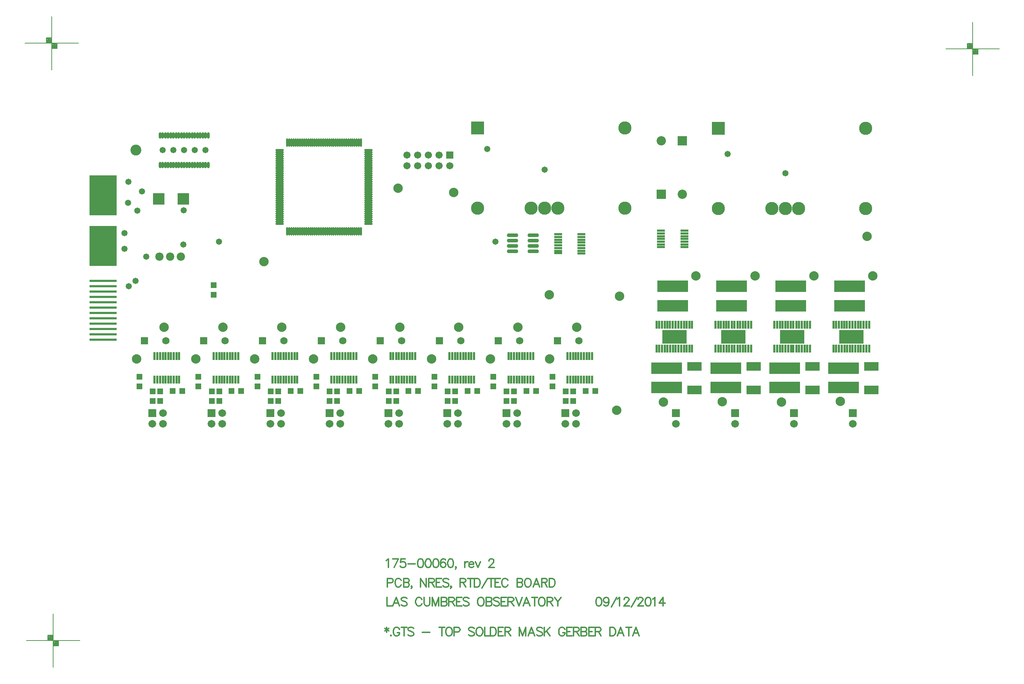
<source format=gts>
%FSLAX23Y23*%
%MOIN*%
G70*
G01*
G75*
G04 Layer_Color=8388736*
%ADD10R,0.217X0.120*%
%ADD11R,0.012X0.065*%
%ADD12R,0.065X0.012*%
%ADD13O,0.071X0.012*%
%ADD14O,0.012X0.071*%
%ADD15O,0.098X0.028*%
%ADD16R,0.280X0.100*%
%ADD17R,0.100X0.100*%
%ADD18R,0.264X0.030*%
%ADD19R,0.264X0.383*%
G04:AMPARAMS|DCode=20|XSize=17mil|YSize=50mil|CornerRadius=5mil|HoleSize=0mil|Usage=FLASHONLY|Rotation=180.000|XOffset=0mil|YOffset=0mil|HoleType=Round|Shape=RoundedRectangle|*
%AMROUNDEDRECTD20*
21,1,0.017,0.040,0,0,180.0*
21,1,0.007,0.050,0,0,180.0*
1,1,0.010,-0.003,0.020*
1,1,0.010,0.003,0.020*
1,1,0.010,0.003,-0.020*
1,1,0.010,-0.003,-0.020*
%
%ADD20ROUNDEDRECTD20*%
%ADD21R,0.126X0.071*%
%ADD22R,0.050X0.050*%
%ADD23R,0.050X0.050*%
%ADD24C,0.005*%
%ADD25C,0.010*%
%ADD26C,0.030*%
%ADD27C,0.050*%
%ADD28C,0.025*%
%ADD29C,0.012*%
%ADD30C,0.008*%
%ADD31C,0.012*%
%ADD32C,0.012*%
%ADD33C,0.060*%
%ADD34R,0.060X0.060*%
%ADD35C,0.024*%
%ADD36C,0.070*%
%ADD37R,0.115X0.115*%
%ADD38C,0.115*%
%ADD39C,0.080*%
%ADD40C,0.050*%
%ADD41C,0.094*%
%ADD42C,0.079*%
%ADD43R,0.079X0.079*%
%ADD44C,0.059*%
%ADD45R,0.059X0.059*%
%ADD46C,0.020*%
%ADD47C,0.040*%
%ADD48C,0.100*%
G04:AMPARAMS|DCode=49|XSize=90mil|YSize=90mil|CornerRadius=0mil|HoleSize=0mil|Usage=FLASHONLY|Rotation=0.000|XOffset=0mil|YOffset=0mil|HoleType=Round|Shape=Relief|Width=10mil|Gap=10mil|Entries=4|*
%AMTHD49*
7,0,0,0.090,0.070,0.010,45*
%
%ADD49THD49*%
G04:AMPARAMS|DCode=50|XSize=100mil|YSize=100mil|CornerRadius=0mil|HoleSize=0mil|Usage=FLASHONLY|Rotation=0.000|XOffset=0mil|YOffset=0mil|HoleType=Round|Shape=Relief|Width=10mil|Gap=10mil|Entries=4|*
%AMTHD50*
7,0,0,0.100,0.080,0.010,45*
%
%ADD50THD50*%
G04:AMPARAMS|DCode=51|XSize=138mil|YSize=138mil|CornerRadius=0mil|HoleSize=0mil|Usage=FLASHONLY|Rotation=0.000|XOffset=0mil|YOffset=0mil|HoleType=Round|Shape=Relief|Width=10mil|Gap=10mil|Entries=4|*
%AMTHD51*
7,0,0,0.138,0.118,0.010,45*
%
%ADD51THD51*%
%ADD52C,0.118*%
%ADD53C,0.092*%
%ADD54C,0.072*%
%ADD55C,0.134*%
%ADD56C,0.079*%
%ADD57C,0.075*%
G04:AMPARAMS|DCode=58|XSize=107.244mil|YSize=107.244mil|CornerRadius=0mil|HoleSize=0mil|Usage=FLASHONLY|Rotation=0.000|XOffset=0mil|YOffset=0mil|HoleType=Round|Shape=Relief|Width=10mil|Gap=10mil|Entries=4|*
%AMTHD58*
7,0,0,0.107,0.087,0.010,45*
%
%ADD58THD58*%
%ADD59C,0.087*%
G04:AMPARAMS|DCode=60|XSize=112mil|YSize=112mil|CornerRadius=0mil|HoleSize=0mil|Usage=FLASHONLY|Rotation=0.000|XOffset=0mil|YOffset=0mil|HoleType=Round|Shape=Relief|Width=10mil|Gap=10mil|Entries=4|*
%AMTHD60*
7,0,0,0.112,0.092,0.010,45*
%
%ADD60THD60*%
G04:AMPARAMS|DCode=61|XSize=70mil|YSize=70mil|CornerRadius=0mil|HoleSize=0mil|Usage=FLASHONLY|Rotation=0.000|XOffset=0mil|YOffset=0mil|HoleType=Round|Shape=Relief|Width=10mil|Gap=10mil|Entries=4|*
%AMTHD61*
7,0,0,0.070,0.050,0.010,45*
%
%ADD61THD61*%
%ADD62C,0.068*%
G04:AMPARAMS|DCode=63|XSize=88mil|YSize=88mil|CornerRadius=0mil|HoleSize=0mil|Usage=FLASHONLY|Rotation=0.000|XOffset=0mil|YOffset=0mil|HoleType=Round|Shape=Relief|Width=10mil|Gap=10mil|Entries=4|*
%AMTHD63*
7,0,0,0.088,0.068,0.010,45*
%
%ADD63THD63*%
%ADD64C,0.020*%
%ADD65C,0.054*%
G04:AMPARAMS|DCode=66|XSize=92mil|YSize=92mil|CornerRadius=0mil|HoleSize=0mil|Usage=FLASHONLY|Rotation=0.000|XOffset=0mil|YOffset=0mil|HoleType=Round|Shape=Relief|Width=10mil|Gap=10mil|Entries=4|*
%AMTHD66*
7,0,0,0.092,0.072,0.010,45*
%
%ADD66THD66*%
G04:AMPARAMS|DCode=67|XSize=95.433mil|YSize=95.433mil|CornerRadius=0mil|HoleSize=0mil|Usage=FLASHONLY|Rotation=0.000|XOffset=0mil|YOffset=0mil|HoleType=Round|Shape=Relief|Width=10mil|Gap=10mil|Entries=4|*
%AMTHD67*
7,0,0,0.095,0.075,0.010,45*
%
%ADD67THD67*%
%ADD68R,0.045X0.017*%
%ADD69R,0.024X0.037*%
%ADD70O,0.061X0.010*%
%ADD71R,0.017X0.045*%
%ADD72C,0.006*%
%ADD73C,0.010*%
%ADD74C,0.008*%
%ADD75C,0.024*%
%ADD76C,0.010*%
%ADD77C,0.007*%
%ADD78C,0.004*%
%ADD79R,0.222X0.128*%
%ADD80R,0.252X0.018*%
%ADD81R,0.252X0.371*%
%ADD82R,0.225X0.128*%
%ADD83R,0.020X0.073*%
%ADD84R,0.073X0.020*%
%ADD85O,0.079X0.020*%
%ADD86O,0.020X0.079*%
%ADD87O,0.106X0.036*%
%ADD88R,0.288X0.108*%
%ADD89R,0.108X0.108*%
%ADD90R,0.257X0.023*%
%ADD91R,0.257X0.376*%
G04:AMPARAMS|DCode=92|XSize=25mil|YSize=58mil|CornerRadius=9mil|HoleSize=0mil|Usage=FLASHONLY|Rotation=180.000|XOffset=0mil|YOffset=0mil|HoleType=Round|Shape=RoundedRectangle|*
%AMROUNDEDRECTD92*
21,1,0.025,0.040,0,0,180.0*
21,1,0.007,0.058,0,0,180.0*
1,1,0.018,-0.003,0.020*
1,1,0.018,0.003,0.020*
1,1,0.018,0.003,-0.020*
1,1,0.018,-0.003,-0.020*
%
%ADD92ROUNDEDRECTD92*%
%ADD93R,0.134X0.079*%
%ADD94R,0.058X0.058*%
%ADD95R,0.058X0.058*%
%ADD96R,0.068X0.068*%
%ADD97C,0.032*%
%ADD98C,0.078*%
%ADD99R,0.123X0.123*%
%ADD100C,0.123*%
%ADD101C,0.088*%
%ADD102C,0.058*%
%ADD103C,0.102*%
%ADD104C,0.072*%
%ADD105R,0.072X0.072*%
%ADD106C,0.067*%
%ADD107R,0.067X0.067*%
%ADD108C,0.087*%
%ADD109R,0.087X0.087*%
D29*
X13557Y8758D02*
Y8712D01*
X13538Y8747D02*
X13576Y8724D01*
Y8747D02*
X13538Y8724D01*
X13596Y8686D02*
X13592Y8682D01*
X13596Y8678D01*
X13600Y8682D01*
X13596Y8686D01*
X13675Y8739D02*
X13671Y8747D01*
X13663Y8754D01*
X13656Y8758D01*
X13640D01*
X13633Y8754D01*
X13625Y8747D01*
X13621Y8739D01*
X13618Y8728D01*
Y8708D01*
X13621Y8697D01*
X13625Y8689D01*
X13633Y8682D01*
X13640Y8678D01*
X13656D01*
X13663Y8682D01*
X13671Y8689D01*
X13675Y8697D01*
Y8708D01*
X13656D02*
X13675D01*
X13720Y8758D02*
Y8678D01*
X13693Y8758D02*
X13746D01*
X13809Y8747D02*
X13802Y8754D01*
X13790Y8758D01*
X13775D01*
X13763Y8754D01*
X13756Y8747D01*
Y8739D01*
X13760Y8731D01*
X13763Y8728D01*
X13771Y8724D01*
X13794Y8716D01*
X13802Y8712D01*
X13805Y8708D01*
X13809Y8701D01*
Y8689D01*
X13802Y8682D01*
X13790Y8678D01*
X13775D01*
X13763Y8682D01*
X13756Y8689D01*
X13890Y8712D02*
X13958D01*
X14072Y8758D02*
Y8678D01*
X14045Y8758D02*
X14098D01*
X14131D02*
X14123Y8754D01*
X14115Y8747D01*
X14112Y8739D01*
X14108Y8728D01*
Y8708D01*
X14112Y8697D01*
X14115Y8689D01*
X14123Y8682D01*
X14131Y8678D01*
X14146D01*
X14153Y8682D01*
X14161Y8689D01*
X14165Y8697D01*
X14169Y8708D01*
Y8728D01*
X14165Y8739D01*
X14161Y8747D01*
X14153Y8754D01*
X14146Y8758D01*
X14131D01*
X14187Y8716D02*
X14222D01*
X14233Y8720D01*
X14237Y8724D01*
X14241Y8731D01*
Y8743D01*
X14237Y8750D01*
X14233Y8754D01*
X14222Y8758D01*
X14187D01*
Y8678D01*
X14375Y8747D02*
X14367Y8754D01*
X14356Y8758D01*
X14340D01*
X14329Y8754D01*
X14321Y8747D01*
Y8739D01*
X14325Y8731D01*
X14329Y8728D01*
X14337Y8724D01*
X14360Y8716D01*
X14367Y8712D01*
X14371Y8708D01*
X14375Y8701D01*
Y8689D01*
X14367Y8682D01*
X14356Y8678D01*
X14340D01*
X14329Y8682D01*
X14321Y8689D01*
X14416Y8758D02*
X14408Y8754D01*
X14400Y8747D01*
X14396Y8739D01*
X14393Y8728D01*
Y8708D01*
X14396Y8697D01*
X14400Y8689D01*
X14408Y8682D01*
X14416Y8678D01*
X14431D01*
X14438Y8682D01*
X14446Y8689D01*
X14450Y8697D01*
X14454Y8708D01*
Y8728D01*
X14450Y8739D01*
X14446Y8747D01*
X14438Y8754D01*
X14431Y8758D01*
X14416D01*
X14472D02*
Y8678D01*
X14518D01*
X14527Y8758D02*
Y8678D01*
Y8758D02*
X14553D01*
X14565Y8754D01*
X14572Y8747D01*
X14576Y8739D01*
X14580Y8728D01*
Y8708D01*
X14576Y8697D01*
X14572Y8689D01*
X14565Y8682D01*
X14553Y8678D01*
X14527D01*
X14647Y8758D02*
X14598D01*
Y8678D01*
X14647D01*
X14598Y8720D02*
X14628D01*
X14661Y8758D02*
Y8678D01*
Y8758D02*
X14695D01*
X14707Y8754D01*
X14710Y8750D01*
X14714Y8743D01*
Y8735D01*
X14710Y8728D01*
X14707Y8724D01*
X14695Y8720D01*
X14661D01*
X14687D02*
X14714Y8678D01*
X14795Y8758D02*
Y8678D01*
Y8758D02*
X14825Y8678D01*
X14856Y8758D02*
X14825Y8678D01*
X14856Y8758D02*
Y8678D01*
X14940D02*
X14909Y8758D01*
X14879Y8678D01*
X14890Y8705D02*
X14928D01*
X15012Y8747D02*
X15004Y8754D01*
X14993Y8758D01*
X14977D01*
X14966Y8754D01*
X14958Y8747D01*
Y8739D01*
X14962Y8731D01*
X14966Y8728D01*
X14974Y8724D01*
X14996Y8716D01*
X15004Y8712D01*
X15008Y8708D01*
X15012Y8701D01*
Y8689D01*
X15004Y8682D01*
X14993Y8678D01*
X14977D01*
X14966Y8682D01*
X14958Y8689D01*
X15029Y8758D02*
Y8678D01*
X15083Y8758D02*
X15029Y8705D01*
X15049Y8724D02*
X15083Y8678D01*
X15221Y8739D02*
X15217Y8747D01*
X15209Y8754D01*
X15202Y8758D01*
X15186D01*
X15179Y8754D01*
X15171Y8747D01*
X15167Y8739D01*
X15164Y8728D01*
Y8708D01*
X15167Y8697D01*
X15171Y8689D01*
X15179Y8682D01*
X15186Y8678D01*
X15202D01*
X15209Y8682D01*
X15217Y8689D01*
X15221Y8697D01*
Y8708D01*
X15202D02*
X15221D01*
X15288Y8758D02*
X15239D01*
Y8678D01*
X15288D01*
X15239Y8720D02*
X15269D01*
X15302Y8758D02*
Y8678D01*
Y8758D02*
X15336D01*
X15348Y8754D01*
X15351Y8750D01*
X15355Y8743D01*
Y8735D01*
X15351Y8728D01*
X15348Y8724D01*
X15336Y8720D01*
X15302D01*
X15328D02*
X15355Y8678D01*
X15373Y8758D02*
Y8678D01*
Y8758D02*
X15407D01*
X15419Y8754D01*
X15423Y8750D01*
X15426Y8743D01*
Y8735D01*
X15423Y8728D01*
X15419Y8724D01*
X15407Y8720D01*
X15373D02*
X15407D01*
X15419Y8716D01*
X15423Y8712D01*
X15426Y8705D01*
Y8693D01*
X15423Y8686D01*
X15419Y8682D01*
X15407Y8678D01*
X15373D01*
X15494Y8758D02*
X15444D01*
Y8678D01*
X15494D01*
X15444Y8720D02*
X15475D01*
X15507Y8758D02*
Y8678D01*
Y8758D02*
X15541D01*
X15553Y8754D01*
X15557Y8750D01*
X15560Y8743D01*
Y8735D01*
X15557Y8728D01*
X15553Y8724D01*
X15541Y8720D01*
X15507D01*
X15534D02*
X15560Y8678D01*
X15641Y8758D02*
Y8678D01*
Y8758D02*
X15668D01*
X15679Y8754D01*
X15687Y8747D01*
X15691Y8739D01*
X15694Y8728D01*
Y8708D01*
X15691Y8697D01*
X15687Y8689D01*
X15679Y8682D01*
X15668Y8678D01*
X15641D01*
X15773D02*
X15743Y8758D01*
X15712Y8678D01*
X15724Y8705D02*
X15762D01*
X15819Y8758D02*
Y8678D01*
X15792Y8758D02*
X15845D01*
X15916Y8678D02*
X15885Y8758D01*
X15855Y8678D01*
X15866Y8705D02*
X15904D01*
D30*
X10394Y14246D02*
X10404D01*
X10394Y14241D02*
Y14251D01*
Y14241D02*
X10404D01*
Y14251D01*
X10394D02*
X10404D01*
X10389Y14236D02*
Y14251D01*
Y14236D02*
X10409D01*
Y14256D01*
X10389D02*
X10409D01*
X10384Y14231D02*
Y14256D01*
Y14231D02*
X10414D01*
Y14261D01*
X10384D02*
X10414D01*
X10379Y14226D02*
Y14266D01*
Y14226D02*
X10419D01*
Y14266D01*
X10379D02*
X10419D01*
X10444Y14196D02*
X10454D01*
X10444Y14191D02*
Y14201D01*
Y14191D02*
X10454D01*
Y14201D01*
X10444D02*
X10454D01*
X10439Y14186D02*
Y14201D01*
Y14186D02*
X10459D01*
Y14206D01*
X10439D02*
X10459D01*
X10434Y14181D02*
Y14206D01*
Y14181D02*
X10464D01*
Y14211D01*
X10434D02*
X10464D01*
X10429Y14176D02*
Y14216D01*
Y14176D02*
X10469D01*
Y14216D01*
X10429D02*
X10469D01*
X10424Y14171D02*
X10474D01*
Y14221D01*
X10374Y14271D02*
X10424D01*
X10374Y14221D02*
Y14271D01*
X10424Y13971D02*
Y14471D01*
X10174Y14221D02*
X10674D01*
X19002Y14192D02*
X19012D01*
X19002Y14187D02*
Y14197D01*
Y14187D02*
X19012D01*
Y14197D01*
X19002D02*
X19012D01*
X18997Y14182D02*
Y14197D01*
Y14182D02*
X19017D01*
Y14202D01*
X18997D02*
X19017D01*
X18992Y14177D02*
Y14202D01*
Y14177D02*
X19022D01*
Y14207D01*
X18992D02*
X19022D01*
X18987Y14172D02*
Y14212D01*
Y14172D02*
X19027D01*
Y14212D01*
X18987D02*
X19027D01*
X19052Y14142D02*
X19062D01*
X19052Y14137D02*
Y14147D01*
Y14137D02*
X19062D01*
Y14147D01*
X19052D02*
X19062D01*
X19047Y14132D02*
Y14147D01*
Y14132D02*
X19067D01*
Y14152D01*
X19047D02*
X19067D01*
X19042Y14127D02*
Y14152D01*
Y14127D02*
X19072D01*
Y14157D01*
X19042D02*
X19072D01*
X19037Y14122D02*
Y14162D01*
Y14122D02*
X19077D01*
Y14162D01*
X19037D02*
X19077D01*
X19032Y14117D02*
X19082D01*
Y14167D01*
X18982Y14217D02*
X19032D01*
X18982Y14167D02*
Y14217D01*
X19032Y13917D02*
Y14417D01*
X18782Y14167D02*
X19282D01*
X10410Y8660D02*
X10420D01*
X10410Y8655D02*
Y8665D01*
Y8655D02*
X10420D01*
Y8665D01*
X10410D02*
X10420D01*
X10405Y8650D02*
Y8665D01*
Y8650D02*
X10425D01*
Y8670D01*
X10405D02*
X10425D01*
X10400Y8645D02*
Y8670D01*
Y8645D02*
X10430D01*
Y8675D01*
X10400D02*
X10430D01*
X10395Y8640D02*
Y8680D01*
Y8640D02*
X10435D01*
Y8680D01*
X10395D02*
X10435D01*
X10460Y8610D02*
X10470D01*
X10460Y8605D02*
Y8615D01*
Y8605D02*
X10470D01*
Y8615D01*
X10460D02*
X10470D01*
X10455Y8600D02*
Y8615D01*
Y8600D02*
X10475D01*
Y8620D01*
X10455D02*
X10475D01*
X10450Y8595D02*
Y8620D01*
Y8595D02*
X10480D01*
Y8625D01*
X10450D02*
X10480D01*
X10445Y8590D02*
Y8630D01*
Y8590D02*
X10485D01*
Y8630D01*
X10445D02*
X10485D01*
X10440Y8585D02*
X10490D01*
Y8635D01*
X10390Y8685D02*
X10440D01*
X10390Y8635D02*
Y8685D01*
X10440Y8385D02*
Y8885D01*
X10190Y8635D02*
X10690D01*
D31*
X13559Y9039D02*
Y8959D01*
X13605D01*
X13674D02*
X13644Y9039D01*
X13613Y8959D01*
X13625Y8985D02*
X13663D01*
X13746Y9027D02*
X13739Y9035D01*
X13727Y9039D01*
X13712D01*
X13701Y9035D01*
X13693Y9027D01*
Y9020D01*
X13697Y9012D01*
X13701Y9008D01*
X13708Y9004D01*
X13731Y8997D01*
X13739Y8993D01*
X13743Y8989D01*
X13746Y8981D01*
Y8970D01*
X13739Y8962D01*
X13727Y8959D01*
X13712D01*
X13701Y8962D01*
X13693Y8970D01*
X13884Y9020D02*
X13880Y9027D01*
X13873Y9035D01*
X13865Y9039D01*
X13850D01*
X13842Y9035D01*
X13835Y9027D01*
X13831Y9020D01*
X13827Y9008D01*
Y8989D01*
X13831Y8978D01*
X13835Y8970D01*
X13842Y8962D01*
X13850Y8959D01*
X13865D01*
X13873Y8962D01*
X13880Y8970D01*
X13884Y8978D01*
X13907Y9039D02*
Y8981D01*
X13911Y8970D01*
X13918Y8962D01*
X13930Y8959D01*
X13937D01*
X13949Y8962D01*
X13956Y8970D01*
X13960Y8981D01*
Y9039D01*
X13982D02*
Y8959D01*
Y9039D02*
X14013Y8959D01*
X14043Y9039D02*
X14013Y8959D01*
X14043Y9039D02*
Y8959D01*
X14066Y9039D02*
Y8959D01*
Y9039D02*
X14100D01*
X14112Y9035D01*
X14115Y9031D01*
X14119Y9023D01*
Y9016D01*
X14115Y9008D01*
X14112Y9004D01*
X14100Y9000D01*
X14066D02*
X14100D01*
X14112Y8997D01*
X14115Y8993D01*
X14119Y8985D01*
Y8974D01*
X14115Y8966D01*
X14112Y8962D01*
X14100Y8959D01*
X14066D01*
X14137Y9039D02*
Y8959D01*
Y9039D02*
X14171D01*
X14183Y9035D01*
X14187Y9031D01*
X14191Y9023D01*
Y9016D01*
X14187Y9008D01*
X14183Y9004D01*
X14171Y9000D01*
X14137D01*
X14164D02*
X14191Y8959D01*
X14258Y9039D02*
X14208D01*
Y8959D01*
X14258D01*
X14208Y9000D02*
X14239D01*
X14325Y9027D02*
X14317Y9035D01*
X14306Y9039D01*
X14290D01*
X14279Y9035D01*
X14271Y9027D01*
Y9020D01*
X14275Y9012D01*
X14279Y9008D01*
X14286Y9004D01*
X14309Y8997D01*
X14317Y8993D01*
X14321Y8989D01*
X14325Y8981D01*
Y8970D01*
X14317Y8962D01*
X14306Y8959D01*
X14290D01*
X14279Y8962D01*
X14271Y8970D01*
X14428Y9039D02*
X14421Y9035D01*
X14413Y9027D01*
X14409Y9020D01*
X14405Y9008D01*
Y8989D01*
X14409Y8978D01*
X14413Y8970D01*
X14421Y8962D01*
X14428Y8959D01*
X14443D01*
X14451Y8962D01*
X14459Y8970D01*
X14462Y8978D01*
X14466Y8989D01*
Y9008D01*
X14462Y9020D01*
X14459Y9027D01*
X14451Y9035D01*
X14443Y9039D01*
X14428D01*
X14485D02*
Y8959D01*
Y9039D02*
X14519D01*
X14531Y9035D01*
X14534Y9031D01*
X14538Y9023D01*
Y9016D01*
X14534Y9008D01*
X14531Y9004D01*
X14519Y9000D01*
X14485D02*
X14519D01*
X14531Y8997D01*
X14534Y8993D01*
X14538Y8985D01*
Y8974D01*
X14534Y8966D01*
X14531Y8962D01*
X14519Y8959D01*
X14485D01*
X14609Y9027D02*
X14602Y9035D01*
X14590Y9039D01*
X14575D01*
X14564Y9035D01*
X14556Y9027D01*
Y9020D01*
X14560Y9012D01*
X14564Y9008D01*
X14571Y9004D01*
X14594Y8997D01*
X14602Y8993D01*
X14606Y8989D01*
X14609Y8981D01*
Y8970D01*
X14602Y8962D01*
X14590Y8959D01*
X14575D01*
X14564Y8962D01*
X14556Y8970D01*
X14677Y9039D02*
X14627D01*
Y8959D01*
X14677D01*
X14627Y9000D02*
X14658D01*
X14690Y9039D02*
Y8959D01*
Y9039D02*
X14724D01*
X14736Y9035D01*
X14740Y9031D01*
X14744Y9023D01*
Y9016D01*
X14740Y9008D01*
X14736Y9004D01*
X14724Y9000D01*
X14690D01*
X14717D02*
X14744Y8959D01*
X14761Y9039D02*
X14792Y8959D01*
X14822Y9039D02*
X14792Y8959D01*
X14894D02*
X14863Y9039D01*
X14833Y8959D01*
X14844Y8985D02*
X14882D01*
X14939Y9039D02*
Y8959D01*
X14912Y9039D02*
X14966D01*
X14998D02*
X14990Y9035D01*
X14983Y9027D01*
X14979Y9020D01*
X14975Y9008D01*
Y8989D01*
X14979Y8978D01*
X14983Y8970D01*
X14990Y8962D01*
X14998Y8959D01*
X15013D01*
X15021Y8962D01*
X15028Y8970D01*
X15032Y8978D01*
X15036Y8989D01*
Y9008D01*
X15032Y9020D01*
X15028Y9027D01*
X15021Y9035D01*
X15013Y9039D01*
X14998D01*
X15055D02*
Y8959D01*
Y9039D02*
X15089D01*
X15100Y9035D01*
X15104Y9031D01*
X15108Y9023D01*
Y9016D01*
X15104Y9008D01*
X15100Y9004D01*
X15089Y9000D01*
X15055D01*
X15081D02*
X15108Y8959D01*
X15126Y9039D02*
X15156Y9000D01*
Y8959D01*
X15187Y9039D02*
X15156Y9000D01*
X15534Y9039D02*
X15523Y9035D01*
X15515Y9023D01*
X15511Y9004D01*
Y8993D01*
X15515Y8974D01*
X15523Y8962D01*
X15534Y8959D01*
X15542D01*
X15553Y8962D01*
X15561Y8974D01*
X15565Y8993D01*
Y9004D01*
X15561Y9023D01*
X15553Y9035D01*
X15542Y9039D01*
X15534D01*
X15632Y9012D02*
X15628Y9000D01*
X15621Y8993D01*
X15609Y8989D01*
X15605D01*
X15594Y8993D01*
X15586Y9000D01*
X15583Y9012D01*
Y9016D01*
X15586Y9027D01*
X15594Y9035D01*
X15605Y9039D01*
X15609D01*
X15621Y9035D01*
X15628Y9027D01*
X15632Y9012D01*
Y8993D01*
X15628Y8974D01*
X15621Y8962D01*
X15609Y8959D01*
X15602D01*
X15590Y8962D01*
X15586Y8970D01*
X15654Y8947D02*
X15707Y9039D01*
X15712Y9023D02*
X15720Y9027D01*
X15732Y9039D01*
Y8959D01*
X15775Y9020D02*
Y9023D01*
X15779Y9031D01*
X15783Y9035D01*
X15790Y9039D01*
X15805D01*
X15813Y9035D01*
X15817Y9031D01*
X15821Y9023D01*
Y9016D01*
X15817Y9008D01*
X15809Y8997D01*
X15771Y8959D01*
X15824D01*
X15842Y8947D02*
X15896Y9039D01*
X15905Y9020D02*
Y9023D01*
X15909Y9031D01*
X15912Y9035D01*
X15920Y9039D01*
X15935D01*
X15943Y9035D01*
X15947Y9031D01*
X15951Y9023D01*
Y9016D01*
X15947Y9008D01*
X15939Y8997D01*
X15901Y8959D01*
X15954D01*
X15995Y9039D02*
X15984Y9035D01*
X15976Y9023D01*
X15972Y9004D01*
Y8993D01*
X15976Y8974D01*
X15984Y8962D01*
X15995Y8959D01*
X16003D01*
X16014Y8962D01*
X16022Y8974D01*
X16026Y8993D01*
Y9004D01*
X16022Y9023D01*
X16014Y9035D01*
X16003Y9039D01*
X15995D01*
X16043Y9023D02*
X16051Y9027D01*
X16062Y9039D01*
Y8959D01*
X16140Y9039D02*
X16102Y8985D01*
X16159D01*
X16140Y9039D02*
Y8959D01*
D32*
X13553Y9383D02*
X13560Y9387D01*
X13572Y9398D01*
Y9318D01*
X13665Y9398D02*
X13627Y9318D01*
X13611Y9398D02*
X13665D01*
X13728D02*
X13690D01*
X13686Y9364D01*
X13690Y9368D01*
X13702Y9372D01*
X13713D01*
X13725Y9368D01*
X13732Y9360D01*
X13736Y9349D01*
Y9341D01*
X13732Y9330D01*
X13725Y9322D01*
X13713Y9318D01*
X13702D01*
X13690Y9322D01*
X13686Y9326D01*
X13683Y9333D01*
X13754Y9352D02*
X13822D01*
X13869Y9398D02*
X13857Y9394D01*
X13850Y9383D01*
X13846Y9364D01*
Y9352D01*
X13850Y9333D01*
X13857Y9322D01*
X13869Y9318D01*
X13876D01*
X13888Y9322D01*
X13896Y9333D01*
X13899Y9352D01*
Y9364D01*
X13896Y9383D01*
X13888Y9394D01*
X13876Y9398D01*
X13869D01*
X13940D02*
X13929Y9394D01*
X13921Y9383D01*
X13917Y9364D01*
Y9352D01*
X13921Y9333D01*
X13929Y9322D01*
X13940Y9318D01*
X13948D01*
X13959Y9322D01*
X13967Y9333D01*
X13971Y9352D01*
Y9364D01*
X13967Y9383D01*
X13959Y9394D01*
X13948Y9398D01*
X13940D01*
X14011D02*
X14000Y9394D01*
X13992Y9383D01*
X13988Y9364D01*
Y9352D01*
X13992Y9333D01*
X14000Y9322D01*
X14011Y9318D01*
X14019D01*
X14030Y9322D01*
X14038Y9333D01*
X14042Y9352D01*
Y9364D01*
X14038Y9383D01*
X14030Y9394D01*
X14019Y9398D01*
X14011D01*
X14105Y9387D02*
X14102Y9394D01*
X14090Y9398D01*
X14083D01*
X14071Y9394D01*
X14063Y9383D01*
X14060Y9364D01*
Y9345D01*
X14063Y9330D01*
X14071Y9322D01*
X14083Y9318D01*
X14086D01*
X14098Y9322D01*
X14105Y9330D01*
X14109Y9341D01*
Y9345D01*
X14105Y9356D01*
X14098Y9364D01*
X14086Y9368D01*
X14083D01*
X14071Y9364D01*
X14063Y9356D01*
X14060Y9345D01*
X14150Y9398D02*
X14138Y9394D01*
X14131Y9383D01*
X14127Y9364D01*
Y9352D01*
X14131Y9333D01*
X14138Y9322D01*
X14150Y9318D01*
X14157D01*
X14169Y9322D01*
X14176Y9333D01*
X14180Y9352D01*
Y9364D01*
X14176Y9383D01*
X14169Y9394D01*
X14157Y9398D01*
X14150D01*
X14206Y9322D02*
X14202Y9318D01*
X14198Y9322D01*
X14202Y9326D01*
X14206Y9322D01*
Y9314D01*
X14202Y9307D01*
X14198Y9303D01*
X14286Y9372D02*
Y9318D01*
Y9349D02*
X14290Y9360D01*
X14297Y9368D01*
X14305Y9372D01*
X14316D01*
X14324Y9349D02*
X14369D01*
Y9356D01*
X14366Y9364D01*
X14362Y9368D01*
X14354Y9372D01*
X14343D01*
X14335Y9368D01*
X14327Y9360D01*
X14324Y9349D01*
Y9341D01*
X14327Y9330D01*
X14335Y9322D01*
X14343Y9318D01*
X14354D01*
X14362Y9322D01*
X14369Y9330D01*
X14386Y9372D02*
X14409Y9318D01*
X14432Y9372D02*
X14409Y9318D01*
X14512Y9379D02*
Y9383D01*
X14516Y9391D01*
X14519Y9394D01*
X14527Y9398D01*
X14542D01*
X14550Y9394D01*
X14554Y9391D01*
X14557Y9383D01*
Y9375D01*
X14554Y9368D01*
X14546Y9356D01*
X14508Y9318D01*
X14561D01*
X13563Y9174D02*
X13597D01*
X13608Y9178D01*
X13612Y9182D01*
X13616Y9190D01*
Y9201D01*
X13612Y9209D01*
X13608Y9212D01*
X13597Y9216D01*
X13563D01*
Y9136D01*
X13691Y9197D02*
X13687Y9205D01*
X13680Y9212D01*
X13672Y9216D01*
X13657D01*
X13649Y9212D01*
X13642Y9205D01*
X13638Y9197D01*
X13634Y9186D01*
Y9167D01*
X13638Y9155D01*
X13642Y9148D01*
X13649Y9140D01*
X13657Y9136D01*
X13672D01*
X13680Y9140D01*
X13687Y9148D01*
X13691Y9155D01*
X13714Y9216D02*
Y9136D01*
Y9216D02*
X13748D01*
X13759Y9212D01*
X13763Y9209D01*
X13767Y9201D01*
Y9193D01*
X13763Y9186D01*
X13759Y9182D01*
X13748Y9178D01*
X13714D02*
X13748D01*
X13759Y9174D01*
X13763Y9170D01*
X13767Y9163D01*
Y9151D01*
X13763Y9144D01*
X13759Y9140D01*
X13748Y9136D01*
X13714D01*
X13792Y9140D02*
X13789Y9136D01*
X13785Y9140D01*
X13789Y9144D01*
X13792Y9140D01*
Y9132D01*
X13789Y9125D01*
X13785Y9121D01*
X13873Y9216D02*
Y9136D01*
Y9216D02*
X13926Y9136D01*
Y9216D02*
Y9136D01*
X13948Y9216D02*
Y9136D01*
Y9216D02*
X13982D01*
X13994Y9212D01*
X13998Y9209D01*
X14001Y9201D01*
Y9193D01*
X13998Y9186D01*
X13994Y9182D01*
X13982Y9178D01*
X13948D01*
X13975D02*
X14001Y9136D01*
X14069Y9216D02*
X14019D01*
Y9136D01*
X14069D01*
X14019Y9178D02*
X14050D01*
X14136Y9205D02*
X14128Y9212D01*
X14117Y9216D01*
X14101D01*
X14090Y9212D01*
X14082Y9205D01*
Y9197D01*
X14086Y9190D01*
X14090Y9186D01*
X14097Y9182D01*
X14120Y9174D01*
X14128Y9170D01*
X14132Y9167D01*
X14136Y9159D01*
Y9148D01*
X14128Y9140D01*
X14117Y9136D01*
X14101D01*
X14090Y9140D01*
X14082Y9148D01*
X14161Y9140D02*
X14157Y9136D01*
X14153Y9140D01*
X14157Y9144D01*
X14161Y9140D01*
Y9132D01*
X14157Y9125D01*
X14153Y9121D01*
X14241Y9216D02*
Y9136D01*
Y9216D02*
X14276D01*
X14287Y9212D01*
X14291Y9209D01*
X14295Y9201D01*
Y9193D01*
X14291Y9186D01*
X14287Y9182D01*
X14276Y9178D01*
X14241D01*
X14268D02*
X14295Y9136D01*
X14339Y9216D02*
Y9136D01*
X14313Y9216D02*
X14366D01*
X14376D02*
Y9136D01*
Y9216D02*
X14402D01*
X14414Y9212D01*
X14421Y9205D01*
X14425Y9197D01*
X14429Y9186D01*
Y9167D01*
X14425Y9155D01*
X14421Y9148D01*
X14414Y9140D01*
X14402Y9136D01*
X14376D01*
X14447Y9125D02*
X14500Y9216D01*
X14532D02*
Y9136D01*
X14505Y9216D02*
X14559D01*
X14618D02*
X14568D01*
Y9136D01*
X14618D01*
X14568Y9178D02*
X14599D01*
X14688Y9197D02*
X14684Y9205D01*
X14677Y9212D01*
X14669Y9216D01*
X14654D01*
X14646Y9212D01*
X14639Y9205D01*
X14635Y9197D01*
X14631Y9186D01*
Y9167D01*
X14635Y9155D01*
X14639Y9148D01*
X14646Y9140D01*
X14654Y9136D01*
X14669D01*
X14677Y9140D01*
X14684Y9148D01*
X14688Y9155D01*
X14774Y9216D02*
Y9136D01*
Y9216D02*
X14808D01*
X14819Y9212D01*
X14823Y9209D01*
X14827Y9201D01*
Y9193D01*
X14823Y9186D01*
X14819Y9182D01*
X14808Y9178D01*
X14774D02*
X14808D01*
X14819Y9174D01*
X14823Y9170D01*
X14827Y9163D01*
Y9151D01*
X14823Y9144D01*
X14819Y9140D01*
X14808Y9136D01*
X14774D01*
X14868Y9216D02*
X14860Y9212D01*
X14852Y9205D01*
X14849Y9197D01*
X14845Y9186D01*
Y9167D01*
X14849Y9155D01*
X14852Y9148D01*
X14860Y9140D01*
X14868Y9136D01*
X14883D01*
X14890Y9140D01*
X14898Y9148D01*
X14902Y9155D01*
X14906Y9167D01*
Y9186D01*
X14902Y9197D01*
X14898Y9205D01*
X14890Y9212D01*
X14883Y9216D01*
X14868D01*
X14985Y9136D02*
X14955Y9216D01*
X14924Y9136D01*
X14936Y9163D02*
X14974D01*
X15004Y9216D02*
Y9136D01*
Y9216D02*
X15038D01*
X15050Y9212D01*
X15053Y9209D01*
X15057Y9201D01*
Y9193D01*
X15053Y9186D01*
X15050Y9182D01*
X15038Y9178D01*
X15004D01*
X15031D02*
X15057Y9136D01*
X15075Y9216D02*
Y9136D01*
Y9216D02*
X15102D01*
X15113Y9212D01*
X15121Y9205D01*
X15125Y9197D01*
X15128Y9186D01*
Y9167D01*
X15125Y9155D01*
X15121Y9148D01*
X15113Y9140D01*
X15102Y9136D01*
X15075D01*
D62*
X11493Y11437D02*
D03*
X15351D02*
D03*
X14800D02*
D03*
X14249D02*
D03*
X13697D02*
D03*
X13146D02*
D03*
X12595D02*
D03*
X12044D02*
D03*
D82*
X16244Y11476D02*
D03*
X17898Y11476D02*
D03*
X17346Y11476D02*
D03*
X16795D02*
D03*
D83*
X16078Y11589D02*
D03*
X16103D02*
D03*
X16129D02*
D03*
X16155D02*
D03*
X16178D02*
D03*
X16202D02*
D03*
X16229D02*
D03*
X16255D02*
D03*
X16078Y11364D02*
D03*
X16103D02*
D03*
X16129D02*
D03*
X16155D02*
D03*
X16180D02*
D03*
X16206D02*
D03*
X16231D02*
D03*
X16255D02*
D03*
X16282D02*
D03*
X16308D02*
D03*
X16334D02*
D03*
X16359D02*
D03*
X16385D02*
D03*
X16410D02*
D03*
Y11589D02*
D03*
X16385D02*
D03*
X16359D02*
D03*
X16334D02*
D03*
X16308D02*
D03*
X16282D02*
D03*
X11617Y11294D02*
D03*
X11592D02*
D03*
X11566D02*
D03*
X11540D02*
D03*
X11515D02*
D03*
X11489D02*
D03*
X11464D02*
D03*
X11617Y11075D02*
D03*
X11592D02*
D03*
X11566D02*
D03*
X11540D02*
D03*
X11515D02*
D03*
X11489D02*
D03*
X11464D02*
D03*
X11440D02*
D03*
Y11294D02*
D03*
X11412Y11075D02*
D03*
Y11294D02*
D03*
X11387Y11075D02*
D03*
Y11294D02*
D03*
X17731Y11589D02*
D03*
X17757D02*
D03*
X17782D02*
D03*
X17808D02*
D03*
X17832D02*
D03*
X17855D02*
D03*
X17883D02*
D03*
X17908D02*
D03*
X17731Y11364D02*
D03*
X17757D02*
D03*
X17782D02*
D03*
X17808D02*
D03*
X17834D02*
D03*
X17859D02*
D03*
X17885D02*
D03*
X17908D02*
D03*
X17936D02*
D03*
X17962D02*
D03*
X17987D02*
D03*
X18013D02*
D03*
X18038D02*
D03*
X18064D02*
D03*
Y11589D02*
D03*
X18038D02*
D03*
X18013D02*
D03*
X17987D02*
D03*
X17962D02*
D03*
X17936D02*
D03*
X17180Y11589D02*
D03*
X17206D02*
D03*
X17231D02*
D03*
X17257D02*
D03*
X17281D02*
D03*
X17304D02*
D03*
X17332D02*
D03*
X17357D02*
D03*
X17180Y11364D02*
D03*
X17206D02*
D03*
X17231D02*
D03*
X17257D02*
D03*
X17282D02*
D03*
X17308D02*
D03*
X17334D02*
D03*
X17357D02*
D03*
X17385D02*
D03*
X17410D02*
D03*
X17436D02*
D03*
X17462D02*
D03*
X17487D02*
D03*
X17513D02*
D03*
Y11589D02*
D03*
X17487D02*
D03*
X17462D02*
D03*
X17436D02*
D03*
X17410D02*
D03*
X17385D02*
D03*
X16629D02*
D03*
X16655D02*
D03*
X16680D02*
D03*
X16706D02*
D03*
X16729D02*
D03*
X16753D02*
D03*
X16781D02*
D03*
X16806D02*
D03*
X16629Y11364D02*
D03*
X16655D02*
D03*
X16680D02*
D03*
X16706D02*
D03*
X16731D02*
D03*
X16757D02*
D03*
X16782D02*
D03*
X16806D02*
D03*
X16834D02*
D03*
X16859D02*
D03*
X16885D02*
D03*
X16910D02*
D03*
X16936D02*
D03*
X16962D02*
D03*
Y11589D02*
D03*
X16936D02*
D03*
X16910D02*
D03*
X16885D02*
D03*
X16859D02*
D03*
X16834D02*
D03*
X15450Y11075D02*
D03*
X15373D02*
D03*
X15399D02*
D03*
X15424D02*
D03*
X15475D02*
D03*
Y11294D02*
D03*
X15450D02*
D03*
X15424D02*
D03*
X15399D02*
D03*
X15373D02*
D03*
X15347D02*
D03*
X15322D02*
D03*
X15347Y11075D02*
D03*
X15322D02*
D03*
X15298D02*
D03*
Y11294D02*
D03*
X15271Y11075D02*
D03*
Y11294D02*
D03*
X15245Y11075D02*
D03*
Y11294D02*
D03*
X14847Y11294D02*
D03*
X14873D02*
D03*
X14924D02*
D03*
X14899D02*
D03*
X14822D02*
D03*
X14796D02*
D03*
X14771D02*
D03*
Y11075D02*
D03*
X14747D02*
D03*
Y11294D02*
D03*
X14719Y11075D02*
D03*
Y11294D02*
D03*
X14694Y11075D02*
D03*
Y11294D02*
D03*
X14924Y11075D02*
D03*
X14847D02*
D03*
X14822D02*
D03*
X14796D02*
D03*
X14873D02*
D03*
X14899D02*
D03*
X14373Y11294D02*
D03*
X14347D02*
D03*
X14271D02*
D03*
X14245D02*
D03*
X14219D02*
D03*
Y11075D02*
D03*
X14196D02*
D03*
Y11294D02*
D03*
X14168Y11075D02*
D03*
Y11294D02*
D03*
X14143Y11075D02*
D03*
Y11294D02*
D03*
X14373Y11075D02*
D03*
X14296D02*
D03*
X14271D02*
D03*
X14245D02*
D03*
X14322D02*
D03*
X14347D02*
D03*
X14322Y11294D02*
D03*
X14296D02*
D03*
X13822D02*
D03*
X13796D02*
D03*
X13771D02*
D03*
X13745D02*
D03*
X13719D02*
D03*
X13694D02*
D03*
X13668D02*
D03*
X13822Y11075D02*
D03*
X13796D02*
D03*
X13771D02*
D03*
X13745D02*
D03*
X13719D02*
D03*
X13694D02*
D03*
X13668D02*
D03*
X13645D02*
D03*
Y11294D02*
D03*
X13617Y11075D02*
D03*
Y11294D02*
D03*
X13592Y11075D02*
D03*
Y11294D02*
D03*
X13271D02*
D03*
X13245D02*
D03*
X13219D02*
D03*
X13194D02*
D03*
X13168D02*
D03*
X13143D02*
D03*
X13117D02*
D03*
X13271Y11075D02*
D03*
X13245D02*
D03*
X13219D02*
D03*
X13194D02*
D03*
X13168D02*
D03*
X13143D02*
D03*
X13117D02*
D03*
X13093D02*
D03*
Y11294D02*
D03*
X13066Y11075D02*
D03*
Y11294D02*
D03*
X13040Y11075D02*
D03*
Y11294D02*
D03*
X12668D02*
D03*
X12643D02*
D03*
X12719D02*
D03*
X12694D02*
D03*
X12617D02*
D03*
X12592D02*
D03*
X12566D02*
D03*
X12719Y11075D02*
D03*
X12694D02*
D03*
X12668D02*
D03*
X12643D02*
D03*
X12617D02*
D03*
X12592D02*
D03*
X12566D02*
D03*
X12542D02*
D03*
Y11294D02*
D03*
X12515Y11075D02*
D03*
Y11294D02*
D03*
X12489Y11075D02*
D03*
Y11294D02*
D03*
X12168Y11075D02*
D03*
X12143D02*
D03*
X12040D02*
D03*
X12066D02*
D03*
X12092D02*
D03*
X12117D02*
D03*
X12168Y11294D02*
D03*
X12143D02*
D03*
X12117D02*
D03*
X12092D02*
D03*
X12066D02*
D03*
X12040D02*
D03*
X12015D02*
D03*
Y11075D02*
D03*
X11991D02*
D03*
Y11294D02*
D03*
X11964Y11075D02*
D03*
Y11294D02*
D03*
X11938Y11075D02*
D03*
Y11294D02*
D03*
D84*
X15376Y12255D02*
D03*
Y12408D02*
D03*
Y12434D02*
D03*
Y12280D02*
D03*
X15158Y12257D02*
D03*
Y12280D02*
D03*
Y12306D02*
D03*
Y12332D02*
D03*
Y12357D02*
D03*
Y12383D02*
D03*
Y12408D02*
D03*
Y12434D02*
D03*
X15376Y12383D02*
D03*
Y12359D02*
D03*
Y12332D02*
D03*
Y12306D02*
D03*
X16120Y12467D02*
D03*
Y12442D02*
D03*
Y12416D02*
D03*
Y12391D02*
D03*
Y12365D02*
D03*
Y12339D02*
D03*
Y12314D02*
D03*
X16339Y12467D02*
D03*
Y12442D02*
D03*
Y12416D02*
D03*
Y12391D02*
D03*
Y12365D02*
D03*
Y12339D02*
D03*
Y12314D02*
D03*
D85*
X12556Y13221D02*
D03*
Y13201D02*
D03*
Y13063D02*
D03*
Y12965D02*
D03*
Y12945D02*
D03*
Y12925D02*
D03*
Y12906D02*
D03*
Y12886D02*
D03*
Y12866D02*
D03*
Y12847D02*
D03*
Y12827D02*
D03*
Y12807D02*
D03*
Y12788D02*
D03*
Y12768D02*
D03*
Y12748D02*
D03*
Y12729D02*
D03*
Y12709D02*
D03*
Y12689D02*
D03*
Y12670D02*
D03*
Y12650D02*
D03*
Y12630D02*
D03*
Y12610D02*
D03*
Y12591D02*
D03*
Y12571D02*
D03*
Y12551D02*
D03*
Y12532D02*
D03*
X13387D02*
D03*
Y12551D02*
D03*
Y12571D02*
D03*
Y12591D02*
D03*
Y12610D02*
D03*
Y12630D02*
D03*
Y12650D02*
D03*
Y12670D02*
D03*
Y12689D02*
D03*
Y12709D02*
D03*
Y12729D02*
D03*
Y12748D02*
D03*
Y12768D02*
D03*
Y12788D02*
D03*
Y12807D02*
D03*
Y12827D02*
D03*
Y12847D02*
D03*
Y12866D02*
D03*
Y12886D02*
D03*
Y12906D02*
D03*
Y12925D02*
D03*
Y12945D02*
D03*
Y12965D02*
D03*
Y12984D02*
D03*
Y13004D02*
D03*
Y13024D02*
D03*
Y13044D02*
D03*
Y13063D02*
D03*
Y13083D02*
D03*
Y13103D02*
D03*
Y13122D02*
D03*
Y13142D02*
D03*
Y13162D02*
D03*
Y13181D02*
D03*
Y13201D02*
D03*
Y13221D02*
D03*
X12556Y13181D02*
D03*
Y13083D02*
D03*
Y13044D02*
D03*
Y13024D02*
D03*
Y13004D02*
D03*
Y12984D02*
D03*
Y13103D02*
D03*
Y13122D02*
D03*
Y13142D02*
D03*
Y13162D02*
D03*
D86*
X12903Y12461D02*
D03*
X12883D02*
D03*
X12785D02*
D03*
X12804D02*
D03*
X12824D02*
D03*
X12844D02*
D03*
X12962D02*
D03*
X12903Y13292D02*
D03*
X12883D02*
D03*
X12863D02*
D03*
X12824D02*
D03*
X12647D02*
D03*
X12667D02*
D03*
X12686D02*
D03*
X12726D02*
D03*
X12745D02*
D03*
X12804D02*
D03*
X12923D02*
D03*
X12627Y12461D02*
D03*
X12647D02*
D03*
X12667D02*
D03*
X12686D02*
D03*
X12706D02*
D03*
X12726D02*
D03*
X12745D02*
D03*
X12765D02*
D03*
X12863D02*
D03*
X12923D02*
D03*
X12942D02*
D03*
X12982D02*
D03*
X13001D02*
D03*
X13021D02*
D03*
X13041D02*
D03*
X13060D02*
D03*
X13080D02*
D03*
X13100D02*
D03*
X13119D02*
D03*
X13139D02*
D03*
X13159D02*
D03*
X13178D02*
D03*
X13198D02*
D03*
X13218D02*
D03*
X13237D02*
D03*
X13257D02*
D03*
X13277D02*
D03*
X13297D02*
D03*
X13316D02*
D03*
Y13292D02*
D03*
X13297D02*
D03*
X13277D02*
D03*
X13257D02*
D03*
X13237D02*
D03*
X13218D02*
D03*
X13198D02*
D03*
X13178D02*
D03*
X13159D02*
D03*
X13139D02*
D03*
X13119D02*
D03*
X13100D02*
D03*
X13080D02*
D03*
X13060D02*
D03*
X13041D02*
D03*
X13021D02*
D03*
X13001D02*
D03*
X12982D02*
D03*
X12962D02*
D03*
X12942D02*
D03*
X12844D02*
D03*
X12785D02*
D03*
X12765D02*
D03*
X12706D02*
D03*
X12627D02*
D03*
D87*
X14731Y12426D02*
D03*
Y12376D02*
D03*
Y12326D02*
D03*
Y12276D02*
D03*
X14924Y12426D02*
D03*
Y12376D02*
D03*
Y12326D02*
D03*
Y12276D02*
D03*
D88*
X16228Y11766D02*
D03*
Y11947D02*
D03*
X17827Y11182D02*
D03*
Y11001D02*
D03*
X17276Y11182D02*
D03*
Y11001D02*
D03*
X16724Y11182D02*
D03*
Y11001D02*
D03*
X16173Y11182D02*
D03*
Y11001D02*
D03*
X17882Y11766D02*
D03*
Y11947D02*
D03*
X17331Y11766D02*
D03*
Y11947D02*
D03*
X16780Y11766D02*
D03*
Y11947D02*
D03*
D89*
X11427Y12766D02*
D03*
X11657D02*
D03*
D90*
X10907Y11550D02*
D03*
Y11600D02*
D03*
Y12000D02*
D03*
Y11950D02*
D03*
Y11900D02*
D03*
Y11850D02*
D03*
Y11800D02*
D03*
Y11750D02*
D03*
Y11700D02*
D03*
Y11650D02*
D03*
Y11500D02*
D03*
Y11450D02*
D03*
D91*
Y12798D02*
D03*
Y12325D02*
D03*
D92*
X11888Y13360D02*
D03*
X11863D02*
D03*
X11838D02*
D03*
X11813D02*
D03*
X11788D02*
D03*
X11763D02*
D03*
X11738D02*
D03*
X11713D02*
D03*
X11688D02*
D03*
X11663D02*
D03*
X11638D02*
D03*
X11613D02*
D03*
X11588D02*
D03*
X11563D02*
D03*
X11538D02*
D03*
X11513D02*
D03*
X11488D02*
D03*
X11463D02*
D03*
X11888Y13082D02*
D03*
X11863D02*
D03*
X11838D02*
D03*
X11813D02*
D03*
X11788D02*
D03*
X11763D02*
D03*
X11738D02*
D03*
X11713D02*
D03*
X11688D02*
D03*
X11663D02*
D03*
X11638D02*
D03*
X11613D02*
D03*
X11588D02*
D03*
X11563D02*
D03*
X11538D02*
D03*
X11513D02*
D03*
X11488D02*
D03*
X11463D02*
D03*
X11438D02*
D03*
Y13360D02*
D03*
D93*
X16433Y11198D02*
D03*
Y10978D02*
D03*
X18087Y11198D02*
D03*
Y10978D02*
D03*
X17535Y11198D02*
D03*
Y10978D02*
D03*
X16984Y11198D02*
D03*
Y10978D02*
D03*
D94*
X15298Y10965D02*
D03*
Y10875D02*
D03*
X14747Y10965D02*
D03*
Y10875D02*
D03*
X14196Y10965D02*
D03*
Y10875D02*
D03*
X13644Y10965D02*
D03*
Y10875D02*
D03*
X13093Y10965D02*
D03*
Y10875D02*
D03*
X12542Y10965D02*
D03*
Y10875D02*
D03*
X11991Y10965D02*
D03*
Y10875D02*
D03*
X11440Y10965D02*
D03*
Y10875D02*
D03*
X15228Y10965D02*
D03*
Y10875D02*
D03*
X14677Y10965D02*
D03*
Y10875D02*
D03*
X14126Y10965D02*
D03*
Y10875D02*
D03*
X13574Y10965D02*
D03*
Y10875D02*
D03*
X13023Y10965D02*
D03*
Y10875D02*
D03*
X12472Y10965D02*
D03*
Y10875D02*
D03*
X11921Y10965D02*
D03*
Y10875D02*
D03*
X11370Y10965D02*
D03*
Y10875D02*
D03*
X15104Y11101D02*
D03*
Y11011D02*
D03*
X14553Y11101D02*
D03*
Y11011D02*
D03*
X14002Y11101D02*
D03*
Y11011D02*
D03*
X13450Y11101D02*
D03*
Y11011D02*
D03*
X12899Y11101D02*
D03*
Y11011D02*
D03*
X12348Y11101D02*
D03*
Y11011D02*
D03*
X11797Y11101D02*
D03*
Y11011D02*
D03*
X11246Y11101D02*
D03*
Y11011D02*
D03*
X11940Y11958D02*
D03*
Y11868D02*
D03*
D95*
X15414Y10969D02*
D03*
X15504D02*
D03*
X14863D02*
D03*
X14953D02*
D03*
X14312D02*
D03*
X14402D02*
D03*
X13760D02*
D03*
X13850D02*
D03*
X13209D02*
D03*
X13299D02*
D03*
X12658D02*
D03*
X12748D02*
D03*
X12107D02*
D03*
X12197D02*
D03*
X11556D02*
D03*
X11646D02*
D03*
D96*
X11293Y11437D02*
D03*
X15151D02*
D03*
X14600D02*
D03*
X14049D02*
D03*
X13497D02*
D03*
X12946D02*
D03*
X12395D02*
D03*
X11844D02*
D03*
D97*
X16167Y11453D02*
D03*
Y11494D02*
D03*
X16206D02*
D03*
X16244D02*
D03*
X16282D02*
D03*
X16321D02*
D03*
X16206Y11453D02*
D03*
X16244D02*
D03*
X16282D02*
D03*
X16321D02*
D03*
X17821D02*
D03*
Y11494D02*
D03*
X17859D02*
D03*
X17898D02*
D03*
X17936D02*
D03*
X17974D02*
D03*
X17859Y11453D02*
D03*
X17898D02*
D03*
X17936D02*
D03*
X17974D02*
D03*
X17270Y11453D02*
D03*
Y11494D02*
D03*
X17308D02*
D03*
X17346D02*
D03*
X17385D02*
D03*
X17423D02*
D03*
X17308Y11453D02*
D03*
X17346D02*
D03*
X17385D02*
D03*
X17423D02*
D03*
X16719D02*
D03*
Y11494D02*
D03*
X16757D02*
D03*
X16795D02*
D03*
X16834D02*
D03*
X16872D02*
D03*
X16757Y11453D02*
D03*
X16795D02*
D03*
X16834D02*
D03*
X16872D02*
D03*
D98*
X11432Y12224D02*
D03*
X11532D02*
D03*
X11632D02*
D03*
D99*
X14407Y13427D02*
D03*
X16656Y13425D02*
D03*
D100*
X14407Y12677D02*
D03*
X14907D02*
D03*
X15032D02*
D03*
X15157D02*
D03*
X15782D02*
D03*
Y13427D02*
D03*
X16656Y12675D02*
D03*
X17156D02*
D03*
X17281D02*
D03*
X17406D02*
D03*
X18031D02*
D03*
Y13425D02*
D03*
D101*
X15075Y11869D02*
D03*
X17797Y10871D02*
D03*
X17246Y10866D02*
D03*
X16693Y10869D02*
D03*
X16141Y10865D02*
D03*
X15704Y10787D02*
D03*
X15731Y11854D02*
D03*
X12409Y12177D02*
D03*
X15332Y11565D02*
D03*
X14781D02*
D03*
X14230D02*
D03*
X13678D02*
D03*
X13127D02*
D03*
X12576D02*
D03*
X12025D02*
D03*
X11474D02*
D03*
X15078Y11270D02*
D03*
X14527D02*
D03*
X13976D02*
D03*
X13424D02*
D03*
X12873D02*
D03*
X12322D02*
D03*
X11771D02*
D03*
X11220D02*
D03*
X18100Y12045D02*
D03*
X17549D02*
D03*
X16998D02*
D03*
X16447D02*
D03*
X18045Y12415D02*
D03*
X14181Y12824D02*
D03*
X13662Y12865D02*
D03*
D102*
X11463Y13221D02*
D03*
X11563D02*
D03*
X11663D02*
D03*
X11763D02*
D03*
X11863D02*
D03*
X11146Y11950D02*
D03*
X11208Y12000D02*
D03*
X11268Y12836D02*
D03*
X11225Y12654D02*
D03*
X11308Y12224D02*
D03*
X11988Y12364D02*
D03*
X14572Y12365D02*
D03*
X11656Y12338D02*
D03*
X11658Y12660D02*
D03*
X11107Y12300D02*
D03*
X11106Y12444D02*
D03*
X14495Y13232D02*
D03*
X15032Y13039D02*
D03*
X16742Y13186D02*
D03*
X17282Y13006D02*
D03*
X11138Y12728D02*
D03*
X11142Y12926D02*
D03*
D103*
X11213Y13221D02*
D03*
D104*
X11467Y10761D02*
D03*
Y10661D02*
D03*
X11367D02*
D03*
X16260D02*
D03*
X17913Y10661D02*
D03*
X17362Y10661D02*
D03*
X16811D02*
D03*
X15226D02*
D03*
X15326D02*
D03*
Y10761D02*
D03*
X14774D02*
D03*
Y10661D02*
D03*
X14674D02*
D03*
X14123D02*
D03*
X14223D02*
D03*
Y10761D02*
D03*
X13672D02*
D03*
Y10661D02*
D03*
X13572D02*
D03*
X13021D02*
D03*
X13121D02*
D03*
Y10761D02*
D03*
X12570D02*
D03*
Y10661D02*
D03*
X12470D02*
D03*
X11919D02*
D03*
X12019D02*
D03*
Y10761D02*
D03*
D105*
X11367D02*
D03*
X16260D02*
D03*
X17913Y10761D02*
D03*
X17362Y10761D02*
D03*
X16811D02*
D03*
X15226D02*
D03*
X14674D02*
D03*
X14123D02*
D03*
X13572D02*
D03*
X13021D02*
D03*
X12470D02*
D03*
X11919D02*
D03*
D106*
X13747Y13076D02*
D03*
X13847D02*
D03*
Y13176D02*
D03*
X13747D02*
D03*
X14147Y13076D02*
D03*
X14047Y13176D02*
D03*
Y13076D02*
D03*
X13947Y13176D02*
D03*
Y13076D02*
D03*
D107*
X14147Y13176D02*
D03*
D108*
X16318Y12809D02*
D03*
X16122Y13307D02*
D03*
D109*
X16121Y12809D02*
D03*
X16319Y13307D02*
D03*
M02*

</source>
